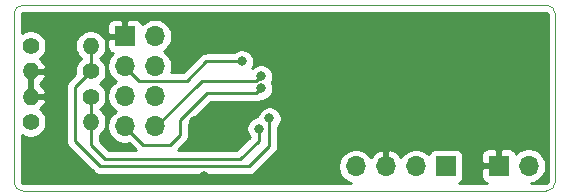
<source format=gbr>
%TF.GenerationSoftware,KiCad,Pcbnew,(5.1.8)-1*%
%TF.CreationDate,2021-01-31T15:43:31-07:00*%
%TF.ProjectId,Axle-Tx-PCB(STM32)v2,41786c65-2d54-4782-9d50-43422853544d,rev?*%
%TF.SameCoordinates,Original*%
%TF.FileFunction,Copper,L2,Bot*%
%TF.FilePolarity,Positive*%
%FSLAX46Y46*%
G04 Gerber Fmt 4.6, Leading zero omitted, Abs format (unit mm)*
G04 Created by KiCad (PCBNEW (5.1.8)-1) date 2021-01-31 15:43:31*
%MOMM*%
%LPD*%
G01*
G04 APERTURE LIST*
%TA.AperFunction,Profile*%
%ADD10C,0.050000*%
%TD*%
%TA.AperFunction,ComponentPad*%
%ADD11O,1.700000X1.700000*%
%TD*%
%TA.AperFunction,ComponentPad*%
%ADD12R,1.700000X1.700000*%
%TD*%
%TA.AperFunction,ComponentPad*%
%ADD13O,1.400000X1.400000*%
%TD*%
%TA.AperFunction,ComponentPad*%
%ADD14C,1.400000*%
%TD*%
%TA.AperFunction,ViaPad*%
%ADD15C,0.800000*%
%TD*%
%TA.AperFunction,Conductor*%
%ADD16C,0.250000*%
%TD*%
%TA.AperFunction,Conductor*%
%ADD17C,0.254000*%
%TD*%
%TA.AperFunction,Conductor*%
%ADD18C,0.100000*%
%TD*%
G04 APERTURE END LIST*
D10*
X67945000Y-36322000D02*
G75*
G02*
X68707000Y-37084000I0J-762000D01*
G01*
X68707000Y-51308000D02*
G75*
G02*
X67945000Y-52070000I-762000J0D01*
G01*
X23622000Y-52070000D02*
G75*
G02*
X22860000Y-51308000I0J762000D01*
G01*
X22860000Y-37084000D02*
G75*
G02*
X23622000Y-36322000I762000J0D01*
G01*
X22860000Y-51308000D02*
X22860000Y-37084000D01*
X67945000Y-52070000D02*
X23622000Y-52070000D01*
X68707000Y-37084000D02*
X68707000Y-51308000D01*
X23622000Y-36322000D02*
X67945000Y-36322000D01*
D11*
%TO.P,J1,8*%
%TO.N,SPI1-IRQ*%
X34798000Y-46583600D03*
%TO.P,J1,7*%
%TO.N,SPI1-MISO*%
X32258000Y-46583600D03*
%TO.P,J1,6*%
%TO.N,SPI1-MOSI*%
X34798000Y-44043600D03*
%TO.P,J1,5*%
%TO.N,SPI1-SCK*%
X32258000Y-44043600D03*
%TO.P,J1,4*%
%TO.N,SPI1-CSn*%
X34798000Y-41503600D03*
%TO.P,J1,3*%
%TO.N,SPI1-CE*%
X32258000Y-41503600D03*
%TO.P,J1,2*%
%TO.N,+3V3*%
X34798000Y-38963600D03*
D12*
%TO.P,J1,1*%
%TO.N,GND*%
X32258000Y-38963600D03*
%TD*%
D11*
%TO.P,SWD1,4*%
%TO.N,PA13-SWDIO*%
X51816000Y-49987200D03*
%TO.P,SWD1,3*%
%TO.N,GND*%
X54356000Y-49987200D03*
%TO.P,SWD1,2*%
%TO.N,PA14-SWCLK*%
X56896000Y-49987200D03*
D12*
%TO.P,SWD1,1*%
%TO.N,+3V3*%
X59436000Y-49987200D03*
%TD*%
D13*
%TO.P,SG4,2*%
%TO.N,GND*%
X24282400Y-41910000D03*
D14*
%TO.P,SG4,1*%
%TO.N,SDADC1-AIN8p*%
X29362400Y-41910000D03*
%TD*%
D13*
%TO.P,SG3,2*%
%TO.N,SDADC1-AIN8p*%
X29362400Y-39776400D03*
D14*
%TO.P,SG3,1*%
%TO.N,+3V3*%
X24282400Y-39776400D03*
%TD*%
D13*
%TO.P,SG2,2*%
%TO.N,GND*%
X24282400Y-44069000D03*
D14*
%TO.P,SG2,1*%
%TO.N,SDADC-AIN8m*%
X29362400Y-44069000D03*
%TD*%
D13*
%TO.P,SG1,2*%
%TO.N,SDADC-AIN8m*%
X29362400Y-46202600D03*
D14*
%TO.P,SG1,1*%
%TO.N,+3V3*%
X24282400Y-46202600D03*
%TD*%
D11*
%TO.P,B+1,2*%
%TO.N,Net-(B+1-Pad2)*%
X66446400Y-49936400D03*
D12*
%TO.P,B+1,1*%
%TO.N,GND*%
X63906400Y-49936400D03*
%TD*%
D15*
%TO.N,SDADC1-AIN8p*%
X44500800Y-45923200D03*
%TO.N,SPI1-IRQ*%
X43789600Y-42367200D03*
%TO.N,SPI1-MISO*%
X43789600Y-43383200D03*
%TO.N,SPI1-CE*%
X42164000Y-41097200D03*
%TO.N,SDADC-AIN8m*%
X43586400Y-46786800D03*
%TO.N,GND*%
X26009600Y-48514000D03*
X63906400Y-39928800D03*
X38963600Y-50800000D03*
X55778400Y-46634400D03*
X54356000Y-44166700D03*
X56612700Y-43818900D03*
X61010800Y-44907200D03*
X66802000Y-37998400D03*
X38150800Y-46177200D03*
X47091600Y-38709600D03*
%TD*%
D16*
%TO.N,SDADC1-AIN8p*%
X29362400Y-41910000D02*
X29362400Y-39776400D01*
X44500800Y-48260000D02*
X44500800Y-45923200D01*
X42773600Y-49987200D02*
X44500800Y-48260000D01*
X28041600Y-47853600D02*
X30175200Y-49987200D01*
X28041600Y-43230800D02*
X28041600Y-47853600D01*
X30175200Y-49987200D02*
X42773600Y-49987200D01*
X29362400Y-41910000D02*
X28041600Y-43230800D01*
%TO.N,SPI1-IRQ*%
X38684200Y-42849800D02*
X34848800Y-46685200D01*
X38760400Y-42773600D02*
X38684200Y-42849800D01*
X43383200Y-42773600D02*
X38760400Y-42773600D01*
X43789600Y-42367200D02*
X43383200Y-42773600D01*
%TO.N,SPI1-MISO*%
X32308800Y-46685200D02*
X33832800Y-48209200D01*
X33832800Y-48209200D02*
X36068000Y-48209200D01*
X39217600Y-43789600D02*
X36931600Y-46075600D01*
X36931600Y-47345600D02*
X36068000Y-48209200D01*
X36931600Y-46075600D02*
X36931600Y-47345600D01*
X43383200Y-43789600D02*
X43789600Y-43383200D01*
X39217600Y-43789600D02*
X43383200Y-43789600D01*
%TO.N,SPI1-CE*%
X33483801Y-42780201D02*
X37483799Y-42780201D01*
X32308800Y-41605200D02*
X33483801Y-42780201D01*
X39166800Y-41097200D02*
X42164000Y-41097200D01*
X37483799Y-42780201D02*
X39166800Y-41097200D01*
%TO.N,SDADC-AIN8m*%
X29362400Y-44069000D02*
X29362400Y-46202600D01*
X43586400Y-47802800D02*
X43586400Y-46786800D01*
X42011600Y-49377600D02*
X43586400Y-47802800D01*
X30581600Y-49377600D02*
X42011600Y-49377600D01*
X29362400Y-48158400D02*
X30581600Y-49377600D01*
X29362400Y-46202600D02*
X29362400Y-48158400D01*
%TD*%
D17*
%TO.N,GND*%
X67964197Y-36987047D02*
X67982662Y-36992622D01*
X67999694Y-37001678D01*
X68014643Y-37013870D01*
X68026938Y-37028732D01*
X68036111Y-37045696D01*
X68041817Y-37064129D01*
X68047000Y-37113446D01*
X68047001Y-51275713D01*
X68041953Y-51327195D01*
X68036377Y-51345663D01*
X68027322Y-51362693D01*
X68015129Y-51377643D01*
X68000266Y-51389939D01*
X67983303Y-51399111D01*
X67964871Y-51404817D01*
X67915554Y-51410000D01*
X66649971Y-51410000D01*
X66879558Y-51364332D01*
X67149811Y-51252390D01*
X67393032Y-51089875D01*
X67599875Y-50883032D01*
X67762390Y-50639811D01*
X67874332Y-50369558D01*
X67931400Y-50082660D01*
X67931400Y-49790140D01*
X67874332Y-49503242D01*
X67762390Y-49232989D01*
X67599875Y-48989768D01*
X67393032Y-48782925D01*
X67149811Y-48620410D01*
X66879558Y-48508468D01*
X66592660Y-48451400D01*
X66300140Y-48451400D01*
X66013242Y-48508468D01*
X65742989Y-48620410D01*
X65499768Y-48782925D01*
X65367913Y-48914780D01*
X65345902Y-48842220D01*
X65286937Y-48731906D01*
X65207585Y-48635215D01*
X65110894Y-48555863D01*
X65000580Y-48496898D01*
X64880882Y-48460588D01*
X64756400Y-48448328D01*
X64192150Y-48451400D01*
X64033400Y-48610150D01*
X64033400Y-49809400D01*
X64053400Y-49809400D01*
X64053400Y-50063400D01*
X64033400Y-50063400D01*
X64033400Y-50083400D01*
X63779400Y-50083400D01*
X63779400Y-50063400D01*
X62580150Y-50063400D01*
X62421400Y-50222150D01*
X62418328Y-50786400D01*
X62430588Y-50910882D01*
X62466898Y-51030580D01*
X62525863Y-51140894D01*
X62605215Y-51237585D01*
X62701906Y-51316937D01*
X62812220Y-51375902D01*
X62924626Y-51410000D01*
X60561427Y-51410000D01*
X60640494Y-51367737D01*
X60737185Y-51288385D01*
X60816537Y-51191694D01*
X60875502Y-51081380D01*
X60911812Y-50961682D01*
X60924072Y-50837200D01*
X60924072Y-49137200D01*
X60919069Y-49086400D01*
X62418328Y-49086400D01*
X62421400Y-49650650D01*
X62580150Y-49809400D01*
X63779400Y-49809400D01*
X63779400Y-48610150D01*
X63620650Y-48451400D01*
X63056400Y-48448328D01*
X62931918Y-48460588D01*
X62812220Y-48496898D01*
X62701906Y-48555863D01*
X62605215Y-48635215D01*
X62525863Y-48731906D01*
X62466898Y-48842220D01*
X62430588Y-48961918D01*
X62418328Y-49086400D01*
X60919069Y-49086400D01*
X60911812Y-49012718D01*
X60875502Y-48893020D01*
X60816537Y-48782706D01*
X60737185Y-48686015D01*
X60640494Y-48606663D01*
X60530180Y-48547698D01*
X60410482Y-48511388D01*
X60286000Y-48499128D01*
X58586000Y-48499128D01*
X58461518Y-48511388D01*
X58341820Y-48547698D01*
X58231506Y-48606663D01*
X58134815Y-48686015D01*
X58055463Y-48782706D01*
X57996498Y-48893020D01*
X57974487Y-48965580D01*
X57842632Y-48833725D01*
X57599411Y-48671210D01*
X57329158Y-48559268D01*
X57042260Y-48502200D01*
X56749740Y-48502200D01*
X56462842Y-48559268D01*
X56192589Y-48671210D01*
X55949368Y-48833725D01*
X55742525Y-49040568D01*
X55620805Y-49222734D01*
X55551178Y-49105845D01*
X55356269Y-48889612D01*
X55122920Y-48715559D01*
X54860099Y-48590375D01*
X54712890Y-48545724D01*
X54483000Y-48667045D01*
X54483000Y-49860200D01*
X54503000Y-49860200D01*
X54503000Y-50114200D01*
X54483000Y-50114200D01*
X54483000Y-50134200D01*
X54229000Y-50134200D01*
X54229000Y-50114200D01*
X54209000Y-50114200D01*
X54209000Y-49860200D01*
X54229000Y-49860200D01*
X54229000Y-48667045D01*
X53999110Y-48545724D01*
X53851901Y-48590375D01*
X53589080Y-48715559D01*
X53355731Y-48889612D01*
X53160822Y-49105845D01*
X53091195Y-49222734D01*
X52969475Y-49040568D01*
X52762632Y-48833725D01*
X52519411Y-48671210D01*
X52249158Y-48559268D01*
X51962260Y-48502200D01*
X51669740Y-48502200D01*
X51382842Y-48559268D01*
X51112589Y-48671210D01*
X50869368Y-48833725D01*
X50662525Y-49040568D01*
X50500010Y-49283789D01*
X50388068Y-49554042D01*
X50331000Y-49840940D01*
X50331000Y-50133460D01*
X50388068Y-50420358D01*
X50500010Y-50690611D01*
X50662525Y-50933832D01*
X50869368Y-51140675D01*
X51112589Y-51303190D01*
X51370452Y-51410000D01*
X23654277Y-51410000D01*
X23602805Y-51404953D01*
X23584337Y-51399377D01*
X23567307Y-51390322D01*
X23552357Y-51378129D01*
X23540061Y-51363266D01*
X23530889Y-51346303D01*
X23525183Y-51327871D01*
X23520000Y-51278554D01*
X23520000Y-47298771D01*
X23650041Y-47385661D01*
X23892995Y-47486296D01*
X24150914Y-47537600D01*
X24413886Y-47537600D01*
X24671805Y-47486296D01*
X24914759Y-47385661D01*
X25133413Y-47239562D01*
X25319362Y-47053613D01*
X25465461Y-46834959D01*
X25566096Y-46592005D01*
X25617400Y-46334086D01*
X25617400Y-46071114D01*
X25566096Y-45813195D01*
X25465461Y-45570241D01*
X25319362Y-45351587D01*
X25133413Y-45165638D01*
X25086591Y-45134352D01*
X25277751Y-44958670D01*
X25432192Y-44747392D01*
X25542447Y-44510044D01*
X25575116Y-44402329D01*
X25451774Y-44196000D01*
X24409400Y-44196000D01*
X24409400Y-44216000D01*
X24155400Y-44216000D01*
X24155400Y-44196000D01*
X24135400Y-44196000D01*
X24135400Y-43942000D01*
X24155400Y-43942000D01*
X24155400Y-42037000D01*
X24409400Y-42037000D01*
X24409400Y-43942000D01*
X25451774Y-43942000D01*
X25575116Y-43735671D01*
X25542447Y-43627956D01*
X25432192Y-43390608D01*
X25315375Y-43230800D01*
X27277924Y-43230800D01*
X27281600Y-43268123D01*
X27281601Y-47816268D01*
X27277924Y-47853600D01*
X27281601Y-47890933D01*
X27287595Y-47951785D01*
X27292598Y-48002585D01*
X27336054Y-48145846D01*
X27406626Y-48277876D01*
X27477801Y-48364602D01*
X27501600Y-48393601D01*
X27530598Y-48417399D01*
X29611401Y-50498203D01*
X29635199Y-50527201D01*
X29664197Y-50550999D01*
X29750923Y-50622174D01*
X29823580Y-50661010D01*
X29882953Y-50692746D01*
X30026214Y-50736203D01*
X30137867Y-50747200D01*
X30137876Y-50747200D01*
X30175199Y-50750876D01*
X30212522Y-50747200D01*
X42736278Y-50747200D01*
X42773600Y-50750876D01*
X42810922Y-50747200D01*
X42810933Y-50747200D01*
X42922586Y-50736203D01*
X43065847Y-50692746D01*
X43197876Y-50622174D01*
X43313601Y-50527201D01*
X43337404Y-50498197D01*
X45011804Y-48823798D01*
X45040801Y-48800001D01*
X45135774Y-48684276D01*
X45206346Y-48552247D01*
X45249803Y-48408986D01*
X45260800Y-48297333D01*
X45260800Y-48297325D01*
X45264476Y-48260000D01*
X45260800Y-48222675D01*
X45260800Y-46626911D01*
X45304737Y-46582974D01*
X45418005Y-46413456D01*
X45496026Y-46225098D01*
X45535800Y-46025139D01*
X45535800Y-45821261D01*
X45496026Y-45621302D01*
X45418005Y-45432944D01*
X45304737Y-45263426D01*
X45160574Y-45119263D01*
X44991056Y-45005995D01*
X44802698Y-44927974D01*
X44602739Y-44888200D01*
X44398861Y-44888200D01*
X44198902Y-44927974D01*
X44010544Y-45005995D01*
X43841026Y-45119263D01*
X43696863Y-45263426D01*
X43583595Y-45432944D01*
X43505574Y-45621302D01*
X43479417Y-45752803D01*
X43284502Y-45791574D01*
X43096144Y-45869595D01*
X42926626Y-45982863D01*
X42782463Y-46127026D01*
X42669195Y-46296544D01*
X42591174Y-46484902D01*
X42551400Y-46684861D01*
X42551400Y-46888739D01*
X42591174Y-47088698D01*
X42669195Y-47277056D01*
X42782463Y-47446574D01*
X42825144Y-47489255D01*
X41696799Y-48617600D01*
X36734401Y-48617600D01*
X37442603Y-47909399D01*
X37471601Y-47885601D01*
X37566574Y-47769876D01*
X37637146Y-47637847D01*
X37680603Y-47494586D01*
X37691600Y-47382933D01*
X37691600Y-47382923D01*
X37695276Y-47345600D01*
X37691600Y-47308277D01*
X37691600Y-46390401D01*
X39532402Y-44549600D01*
X43345878Y-44549600D01*
X43383200Y-44553276D01*
X43420522Y-44549600D01*
X43420533Y-44549600D01*
X43532186Y-44538603D01*
X43675447Y-44495146D01*
X43807476Y-44424574D01*
X43815243Y-44418200D01*
X43891539Y-44418200D01*
X44091498Y-44378426D01*
X44279856Y-44300405D01*
X44449374Y-44187137D01*
X44593537Y-44042974D01*
X44706805Y-43873456D01*
X44784826Y-43685098D01*
X44824600Y-43485139D01*
X44824600Y-43281261D01*
X44784826Y-43081302D01*
X44706805Y-42892944D01*
X44694949Y-42875200D01*
X44706805Y-42857456D01*
X44784826Y-42669098D01*
X44824600Y-42469139D01*
X44824600Y-42265261D01*
X44784826Y-42065302D01*
X44706805Y-41876944D01*
X44593537Y-41707426D01*
X44449374Y-41563263D01*
X44279856Y-41449995D01*
X44091498Y-41371974D01*
X43891539Y-41332200D01*
X43687661Y-41332200D01*
X43487702Y-41371974D01*
X43299344Y-41449995D01*
X43129826Y-41563263D01*
X43032015Y-41661074D01*
X43081205Y-41587456D01*
X43159226Y-41399098D01*
X43199000Y-41199139D01*
X43199000Y-40995261D01*
X43159226Y-40795302D01*
X43081205Y-40606944D01*
X42967937Y-40437426D01*
X42823774Y-40293263D01*
X42654256Y-40179995D01*
X42465898Y-40101974D01*
X42265939Y-40062200D01*
X42062061Y-40062200D01*
X41862102Y-40101974D01*
X41673744Y-40179995D01*
X41504226Y-40293263D01*
X41460289Y-40337200D01*
X39204123Y-40337200D01*
X39166800Y-40333524D01*
X39129477Y-40337200D01*
X39129467Y-40337200D01*
X39017814Y-40348197D01*
X38874553Y-40391654D01*
X38742524Y-40462226D01*
X38626799Y-40557199D01*
X38603001Y-40586197D01*
X37168998Y-42020201D01*
X36191369Y-42020201D01*
X36225932Y-41936758D01*
X36283000Y-41649860D01*
X36283000Y-41357340D01*
X36225932Y-41070442D01*
X36113990Y-40800189D01*
X35951475Y-40556968D01*
X35744632Y-40350125D01*
X35570240Y-40233600D01*
X35744632Y-40117075D01*
X35951475Y-39910232D01*
X36113990Y-39667011D01*
X36225932Y-39396758D01*
X36283000Y-39109860D01*
X36283000Y-38817340D01*
X36225932Y-38530442D01*
X36113990Y-38260189D01*
X35951475Y-38016968D01*
X35744632Y-37810125D01*
X35501411Y-37647610D01*
X35231158Y-37535668D01*
X34944260Y-37478600D01*
X34651740Y-37478600D01*
X34364842Y-37535668D01*
X34094589Y-37647610D01*
X33851368Y-37810125D01*
X33719513Y-37941980D01*
X33697502Y-37869420D01*
X33638537Y-37759106D01*
X33559185Y-37662415D01*
X33462494Y-37583063D01*
X33352180Y-37524098D01*
X33232482Y-37487788D01*
X33108000Y-37475528D01*
X32543750Y-37478600D01*
X32385000Y-37637350D01*
X32385000Y-38836600D01*
X32405000Y-38836600D01*
X32405000Y-39090600D01*
X32385000Y-39090600D01*
X32385000Y-39110600D01*
X32131000Y-39110600D01*
X32131000Y-39090600D01*
X30931750Y-39090600D01*
X30773000Y-39249350D01*
X30769928Y-39813600D01*
X30782188Y-39938082D01*
X30818498Y-40057780D01*
X30877463Y-40168094D01*
X30956815Y-40264785D01*
X31053506Y-40344137D01*
X31163820Y-40403102D01*
X31236380Y-40425113D01*
X31104525Y-40556968D01*
X30942010Y-40800189D01*
X30830068Y-41070442D01*
X30773000Y-41357340D01*
X30773000Y-41649860D01*
X30830068Y-41936758D01*
X30942010Y-42207011D01*
X31104525Y-42450232D01*
X31311368Y-42657075D01*
X31485760Y-42773600D01*
X31311368Y-42890125D01*
X31104525Y-43096968D01*
X30942010Y-43340189D01*
X30830068Y-43610442D01*
X30773000Y-43897340D01*
X30773000Y-44189860D01*
X30830068Y-44476758D01*
X30942010Y-44747011D01*
X31104525Y-44990232D01*
X31311368Y-45197075D01*
X31485760Y-45313600D01*
X31311368Y-45430125D01*
X31104525Y-45636968D01*
X30942010Y-45880189D01*
X30830068Y-46150442D01*
X30773000Y-46437340D01*
X30773000Y-46729860D01*
X30830068Y-47016758D01*
X30942010Y-47287011D01*
X31104525Y-47530232D01*
X31311368Y-47737075D01*
X31554589Y-47899590D01*
X31824842Y-48011532D01*
X32111740Y-48068600D01*
X32404260Y-48068600D01*
X32582036Y-48033238D01*
X33166397Y-48617600D01*
X30896402Y-48617600D01*
X30122400Y-47843599D01*
X30122400Y-47300375D01*
X30213413Y-47239562D01*
X30399362Y-47053613D01*
X30545461Y-46834959D01*
X30646096Y-46592005D01*
X30697400Y-46334086D01*
X30697400Y-46071114D01*
X30646096Y-45813195D01*
X30545461Y-45570241D01*
X30399362Y-45351587D01*
X30213413Y-45165638D01*
X30168757Y-45135800D01*
X30213413Y-45105962D01*
X30399362Y-44920013D01*
X30545461Y-44701359D01*
X30646096Y-44458405D01*
X30697400Y-44200486D01*
X30697400Y-43937514D01*
X30646096Y-43679595D01*
X30545461Y-43436641D01*
X30399362Y-43217987D01*
X30213413Y-43032038D01*
X30149750Y-42989500D01*
X30213413Y-42946962D01*
X30399362Y-42761013D01*
X30545461Y-42542359D01*
X30646096Y-42299405D01*
X30697400Y-42041486D01*
X30697400Y-41778514D01*
X30646096Y-41520595D01*
X30545461Y-41277641D01*
X30399362Y-41058987D01*
X30213413Y-40873038D01*
X30168757Y-40843200D01*
X30213413Y-40813362D01*
X30399362Y-40627413D01*
X30545461Y-40408759D01*
X30646096Y-40165805D01*
X30697400Y-39907886D01*
X30697400Y-39644914D01*
X30646096Y-39386995D01*
X30545461Y-39144041D01*
X30399362Y-38925387D01*
X30213413Y-38739438D01*
X29994759Y-38593339D01*
X29751805Y-38492704D01*
X29493886Y-38441400D01*
X29230914Y-38441400D01*
X28972995Y-38492704D01*
X28730041Y-38593339D01*
X28511387Y-38739438D01*
X28325438Y-38925387D01*
X28179339Y-39144041D01*
X28078704Y-39386995D01*
X28027400Y-39644914D01*
X28027400Y-39907886D01*
X28078704Y-40165805D01*
X28179339Y-40408759D01*
X28325438Y-40627413D01*
X28511387Y-40813362D01*
X28556043Y-40843200D01*
X28511387Y-40873038D01*
X28325438Y-41058987D01*
X28179339Y-41277641D01*
X28078704Y-41520595D01*
X28027400Y-41778514D01*
X28027400Y-42041486D01*
X28048755Y-42148844D01*
X27530603Y-42666996D01*
X27501599Y-42690799D01*
X27446471Y-42757974D01*
X27406626Y-42806524D01*
X27379402Y-42857456D01*
X27336054Y-42938554D01*
X27292597Y-43081815D01*
X27281600Y-43193468D01*
X27281600Y-43193478D01*
X27277924Y-43230800D01*
X25315375Y-43230800D01*
X25277751Y-43179330D01*
X25085060Y-43002241D01*
X25064133Y-42989500D01*
X25085060Y-42976759D01*
X25277751Y-42799670D01*
X25432192Y-42588392D01*
X25542447Y-42351044D01*
X25575116Y-42243329D01*
X25451774Y-42037000D01*
X24409400Y-42037000D01*
X24155400Y-42037000D01*
X24135400Y-42037000D01*
X24135400Y-41783000D01*
X24155400Y-41783000D01*
X24155400Y-41763000D01*
X24409400Y-41763000D01*
X24409400Y-41783000D01*
X25451774Y-41783000D01*
X25575116Y-41576671D01*
X25542447Y-41468956D01*
X25432192Y-41231608D01*
X25277751Y-41020330D01*
X25086591Y-40844648D01*
X25133413Y-40813362D01*
X25319362Y-40627413D01*
X25465461Y-40408759D01*
X25566096Y-40165805D01*
X25617400Y-39907886D01*
X25617400Y-39644914D01*
X25566096Y-39386995D01*
X25465461Y-39144041D01*
X25319362Y-38925387D01*
X25133413Y-38739438D01*
X24914759Y-38593339D01*
X24671805Y-38492704D01*
X24413886Y-38441400D01*
X24150914Y-38441400D01*
X23892995Y-38492704D01*
X23650041Y-38593339D01*
X23520000Y-38680229D01*
X23520000Y-38113600D01*
X30769928Y-38113600D01*
X30773000Y-38677850D01*
X30931750Y-38836600D01*
X32131000Y-38836600D01*
X32131000Y-37637350D01*
X31972250Y-37478600D01*
X31408000Y-37475528D01*
X31283518Y-37487788D01*
X31163820Y-37524098D01*
X31053506Y-37583063D01*
X30956815Y-37662415D01*
X30877463Y-37759106D01*
X30818498Y-37869420D01*
X30782188Y-37989118D01*
X30769928Y-38113600D01*
X23520000Y-38113600D01*
X23520000Y-37116277D01*
X23525047Y-37064803D01*
X23530622Y-37046338D01*
X23539678Y-37029306D01*
X23551870Y-37014357D01*
X23566732Y-37002062D01*
X23583696Y-36992889D01*
X23602129Y-36987183D01*
X23651446Y-36982000D01*
X67912723Y-36982000D01*
X67964197Y-36987047D01*
%TA.AperFunction,Conductor*%
D18*
G36*
X67964197Y-36987047D02*
G01*
X67982662Y-36992622D01*
X67999694Y-37001678D01*
X68014643Y-37013870D01*
X68026938Y-37028732D01*
X68036111Y-37045696D01*
X68041817Y-37064129D01*
X68047000Y-37113446D01*
X68047001Y-51275713D01*
X68041953Y-51327195D01*
X68036377Y-51345663D01*
X68027322Y-51362693D01*
X68015129Y-51377643D01*
X68000266Y-51389939D01*
X67983303Y-51399111D01*
X67964871Y-51404817D01*
X67915554Y-51410000D01*
X66649971Y-51410000D01*
X66879558Y-51364332D01*
X67149811Y-51252390D01*
X67393032Y-51089875D01*
X67599875Y-50883032D01*
X67762390Y-50639811D01*
X67874332Y-50369558D01*
X67931400Y-50082660D01*
X67931400Y-49790140D01*
X67874332Y-49503242D01*
X67762390Y-49232989D01*
X67599875Y-48989768D01*
X67393032Y-48782925D01*
X67149811Y-48620410D01*
X66879558Y-48508468D01*
X66592660Y-48451400D01*
X66300140Y-48451400D01*
X66013242Y-48508468D01*
X65742989Y-48620410D01*
X65499768Y-48782925D01*
X65367913Y-48914780D01*
X65345902Y-48842220D01*
X65286937Y-48731906D01*
X65207585Y-48635215D01*
X65110894Y-48555863D01*
X65000580Y-48496898D01*
X64880882Y-48460588D01*
X64756400Y-48448328D01*
X64192150Y-48451400D01*
X64033400Y-48610150D01*
X64033400Y-49809400D01*
X64053400Y-49809400D01*
X64053400Y-50063400D01*
X64033400Y-50063400D01*
X64033400Y-50083400D01*
X63779400Y-50083400D01*
X63779400Y-50063400D01*
X62580150Y-50063400D01*
X62421400Y-50222150D01*
X62418328Y-50786400D01*
X62430588Y-50910882D01*
X62466898Y-51030580D01*
X62525863Y-51140894D01*
X62605215Y-51237585D01*
X62701906Y-51316937D01*
X62812220Y-51375902D01*
X62924626Y-51410000D01*
X60561427Y-51410000D01*
X60640494Y-51367737D01*
X60737185Y-51288385D01*
X60816537Y-51191694D01*
X60875502Y-51081380D01*
X60911812Y-50961682D01*
X60924072Y-50837200D01*
X60924072Y-49137200D01*
X60919069Y-49086400D01*
X62418328Y-49086400D01*
X62421400Y-49650650D01*
X62580150Y-49809400D01*
X63779400Y-49809400D01*
X63779400Y-48610150D01*
X63620650Y-48451400D01*
X63056400Y-48448328D01*
X62931918Y-48460588D01*
X62812220Y-48496898D01*
X62701906Y-48555863D01*
X62605215Y-48635215D01*
X62525863Y-48731906D01*
X62466898Y-48842220D01*
X62430588Y-48961918D01*
X62418328Y-49086400D01*
X60919069Y-49086400D01*
X60911812Y-49012718D01*
X60875502Y-48893020D01*
X60816537Y-48782706D01*
X60737185Y-48686015D01*
X60640494Y-48606663D01*
X60530180Y-48547698D01*
X60410482Y-48511388D01*
X60286000Y-48499128D01*
X58586000Y-48499128D01*
X58461518Y-48511388D01*
X58341820Y-48547698D01*
X58231506Y-48606663D01*
X58134815Y-48686015D01*
X58055463Y-48782706D01*
X57996498Y-48893020D01*
X57974487Y-48965580D01*
X57842632Y-48833725D01*
X57599411Y-48671210D01*
X57329158Y-48559268D01*
X57042260Y-48502200D01*
X56749740Y-48502200D01*
X56462842Y-48559268D01*
X56192589Y-48671210D01*
X55949368Y-48833725D01*
X55742525Y-49040568D01*
X55620805Y-49222734D01*
X55551178Y-49105845D01*
X55356269Y-48889612D01*
X55122920Y-48715559D01*
X54860099Y-48590375D01*
X54712890Y-48545724D01*
X54483000Y-48667045D01*
X54483000Y-49860200D01*
X54503000Y-49860200D01*
X54503000Y-50114200D01*
X54483000Y-50114200D01*
X54483000Y-50134200D01*
X54229000Y-50134200D01*
X54229000Y-50114200D01*
X54209000Y-50114200D01*
X54209000Y-49860200D01*
X54229000Y-49860200D01*
X54229000Y-48667045D01*
X53999110Y-48545724D01*
X53851901Y-48590375D01*
X53589080Y-48715559D01*
X53355731Y-48889612D01*
X53160822Y-49105845D01*
X53091195Y-49222734D01*
X52969475Y-49040568D01*
X52762632Y-48833725D01*
X52519411Y-48671210D01*
X52249158Y-48559268D01*
X51962260Y-48502200D01*
X51669740Y-48502200D01*
X51382842Y-48559268D01*
X51112589Y-48671210D01*
X50869368Y-48833725D01*
X50662525Y-49040568D01*
X50500010Y-49283789D01*
X50388068Y-49554042D01*
X50331000Y-49840940D01*
X50331000Y-50133460D01*
X50388068Y-50420358D01*
X50500010Y-50690611D01*
X50662525Y-50933832D01*
X50869368Y-51140675D01*
X51112589Y-51303190D01*
X51370452Y-51410000D01*
X23654277Y-51410000D01*
X23602805Y-51404953D01*
X23584337Y-51399377D01*
X23567307Y-51390322D01*
X23552357Y-51378129D01*
X23540061Y-51363266D01*
X23530889Y-51346303D01*
X23525183Y-51327871D01*
X23520000Y-51278554D01*
X23520000Y-47298771D01*
X23650041Y-47385661D01*
X23892995Y-47486296D01*
X24150914Y-47537600D01*
X24413886Y-47537600D01*
X24671805Y-47486296D01*
X24914759Y-47385661D01*
X25133413Y-47239562D01*
X25319362Y-47053613D01*
X25465461Y-46834959D01*
X25566096Y-46592005D01*
X25617400Y-46334086D01*
X25617400Y-46071114D01*
X25566096Y-45813195D01*
X25465461Y-45570241D01*
X25319362Y-45351587D01*
X25133413Y-45165638D01*
X25086591Y-45134352D01*
X25277751Y-44958670D01*
X25432192Y-44747392D01*
X25542447Y-44510044D01*
X25575116Y-44402329D01*
X25451774Y-44196000D01*
X24409400Y-44196000D01*
X24409400Y-44216000D01*
X24155400Y-44216000D01*
X24155400Y-44196000D01*
X24135400Y-44196000D01*
X24135400Y-43942000D01*
X24155400Y-43942000D01*
X24155400Y-42037000D01*
X24409400Y-42037000D01*
X24409400Y-43942000D01*
X25451774Y-43942000D01*
X25575116Y-43735671D01*
X25542447Y-43627956D01*
X25432192Y-43390608D01*
X25315375Y-43230800D01*
X27277924Y-43230800D01*
X27281600Y-43268123D01*
X27281601Y-47816268D01*
X27277924Y-47853600D01*
X27281601Y-47890933D01*
X27287595Y-47951785D01*
X27292598Y-48002585D01*
X27336054Y-48145846D01*
X27406626Y-48277876D01*
X27477801Y-48364602D01*
X27501600Y-48393601D01*
X27530598Y-48417399D01*
X29611401Y-50498203D01*
X29635199Y-50527201D01*
X29664197Y-50550999D01*
X29750923Y-50622174D01*
X29823580Y-50661010D01*
X29882953Y-50692746D01*
X30026214Y-50736203D01*
X30137867Y-50747200D01*
X30137876Y-50747200D01*
X30175199Y-50750876D01*
X30212522Y-50747200D01*
X42736278Y-50747200D01*
X42773600Y-50750876D01*
X42810922Y-50747200D01*
X42810933Y-50747200D01*
X42922586Y-50736203D01*
X43065847Y-50692746D01*
X43197876Y-50622174D01*
X43313601Y-50527201D01*
X43337404Y-50498197D01*
X45011804Y-48823798D01*
X45040801Y-48800001D01*
X45135774Y-48684276D01*
X45206346Y-48552247D01*
X45249803Y-48408986D01*
X45260800Y-48297333D01*
X45260800Y-48297325D01*
X45264476Y-48260000D01*
X45260800Y-48222675D01*
X45260800Y-46626911D01*
X45304737Y-46582974D01*
X45418005Y-46413456D01*
X45496026Y-46225098D01*
X45535800Y-46025139D01*
X45535800Y-45821261D01*
X45496026Y-45621302D01*
X45418005Y-45432944D01*
X45304737Y-45263426D01*
X45160574Y-45119263D01*
X44991056Y-45005995D01*
X44802698Y-44927974D01*
X44602739Y-44888200D01*
X44398861Y-44888200D01*
X44198902Y-44927974D01*
X44010544Y-45005995D01*
X43841026Y-45119263D01*
X43696863Y-45263426D01*
X43583595Y-45432944D01*
X43505574Y-45621302D01*
X43479417Y-45752803D01*
X43284502Y-45791574D01*
X43096144Y-45869595D01*
X42926626Y-45982863D01*
X42782463Y-46127026D01*
X42669195Y-46296544D01*
X42591174Y-46484902D01*
X42551400Y-46684861D01*
X42551400Y-46888739D01*
X42591174Y-47088698D01*
X42669195Y-47277056D01*
X42782463Y-47446574D01*
X42825144Y-47489255D01*
X41696799Y-48617600D01*
X36734401Y-48617600D01*
X37442603Y-47909399D01*
X37471601Y-47885601D01*
X37566574Y-47769876D01*
X37637146Y-47637847D01*
X37680603Y-47494586D01*
X37691600Y-47382933D01*
X37691600Y-47382923D01*
X37695276Y-47345600D01*
X37691600Y-47308277D01*
X37691600Y-46390401D01*
X39532402Y-44549600D01*
X43345878Y-44549600D01*
X43383200Y-44553276D01*
X43420522Y-44549600D01*
X43420533Y-44549600D01*
X43532186Y-44538603D01*
X43675447Y-44495146D01*
X43807476Y-44424574D01*
X43815243Y-44418200D01*
X43891539Y-44418200D01*
X44091498Y-44378426D01*
X44279856Y-44300405D01*
X44449374Y-44187137D01*
X44593537Y-44042974D01*
X44706805Y-43873456D01*
X44784826Y-43685098D01*
X44824600Y-43485139D01*
X44824600Y-43281261D01*
X44784826Y-43081302D01*
X44706805Y-42892944D01*
X44694949Y-42875200D01*
X44706805Y-42857456D01*
X44784826Y-42669098D01*
X44824600Y-42469139D01*
X44824600Y-42265261D01*
X44784826Y-42065302D01*
X44706805Y-41876944D01*
X44593537Y-41707426D01*
X44449374Y-41563263D01*
X44279856Y-41449995D01*
X44091498Y-41371974D01*
X43891539Y-41332200D01*
X43687661Y-41332200D01*
X43487702Y-41371974D01*
X43299344Y-41449995D01*
X43129826Y-41563263D01*
X43032015Y-41661074D01*
X43081205Y-41587456D01*
X43159226Y-41399098D01*
X43199000Y-41199139D01*
X43199000Y-40995261D01*
X43159226Y-40795302D01*
X43081205Y-40606944D01*
X42967937Y-40437426D01*
X42823774Y-40293263D01*
X42654256Y-40179995D01*
X42465898Y-40101974D01*
X42265939Y-40062200D01*
X42062061Y-40062200D01*
X41862102Y-40101974D01*
X41673744Y-40179995D01*
X41504226Y-40293263D01*
X41460289Y-40337200D01*
X39204123Y-40337200D01*
X39166800Y-40333524D01*
X39129477Y-40337200D01*
X39129467Y-40337200D01*
X39017814Y-40348197D01*
X38874553Y-40391654D01*
X38742524Y-40462226D01*
X38626799Y-40557199D01*
X38603001Y-40586197D01*
X37168998Y-42020201D01*
X36191369Y-42020201D01*
X36225932Y-41936758D01*
X36283000Y-41649860D01*
X36283000Y-41357340D01*
X36225932Y-41070442D01*
X36113990Y-40800189D01*
X35951475Y-40556968D01*
X35744632Y-40350125D01*
X35570240Y-40233600D01*
X35744632Y-40117075D01*
X35951475Y-39910232D01*
X36113990Y-39667011D01*
X36225932Y-39396758D01*
X36283000Y-39109860D01*
X36283000Y-38817340D01*
X36225932Y-38530442D01*
X36113990Y-38260189D01*
X35951475Y-38016968D01*
X35744632Y-37810125D01*
X35501411Y-37647610D01*
X35231158Y-37535668D01*
X34944260Y-37478600D01*
X34651740Y-37478600D01*
X34364842Y-37535668D01*
X34094589Y-37647610D01*
X33851368Y-37810125D01*
X33719513Y-37941980D01*
X33697502Y-37869420D01*
X33638537Y-37759106D01*
X33559185Y-37662415D01*
X33462494Y-37583063D01*
X33352180Y-37524098D01*
X33232482Y-37487788D01*
X33108000Y-37475528D01*
X32543750Y-37478600D01*
X32385000Y-37637350D01*
X32385000Y-38836600D01*
X32405000Y-38836600D01*
X32405000Y-39090600D01*
X32385000Y-39090600D01*
X32385000Y-39110600D01*
X32131000Y-39110600D01*
X32131000Y-39090600D01*
X30931750Y-39090600D01*
X30773000Y-39249350D01*
X30769928Y-39813600D01*
X30782188Y-39938082D01*
X30818498Y-40057780D01*
X30877463Y-40168094D01*
X30956815Y-40264785D01*
X31053506Y-40344137D01*
X31163820Y-40403102D01*
X31236380Y-40425113D01*
X31104525Y-40556968D01*
X30942010Y-40800189D01*
X30830068Y-41070442D01*
X30773000Y-41357340D01*
X30773000Y-41649860D01*
X30830068Y-41936758D01*
X30942010Y-42207011D01*
X31104525Y-42450232D01*
X31311368Y-42657075D01*
X31485760Y-42773600D01*
X31311368Y-42890125D01*
X31104525Y-43096968D01*
X30942010Y-43340189D01*
X30830068Y-43610442D01*
X30773000Y-43897340D01*
X30773000Y-44189860D01*
X30830068Y-44476758D01*
X30942010Y-44747011D01*
X31104525Y-44990232D01*
X31311368Y-45197075D01*
X31485760Y-45313600D01*
X31311368Y-45430125D01*
X31104525Y-45636968D01*
X30942010Y-45880189D01*
X30830068Y-46150442D01*
X30773000Y-46437340D01*
X30773000Y-46729860D01*
X30830068Y-47016758D01*
X30942010Y-47287011D01*
X31104525Y-47530232D01*
X31311368Y-47737075D01*
X31554589Y-47899590D01*
X31824842Y-48011532D01*
X32111740Y-48068600D01*
X32404260Y-48068600D01*
X32582036Y-48033238D01*
X33166397Y-48617600D01*
X30896402Y-48617600D01*
X30122400Y-47843599D01*
X30122400Y-47300375D01*
X30213413Y-47239562D01*
X30399362Y-47053613D01*
X30545461Y-46834959D01*
X30646096Y-46592005D01*
X30697400Y-46334086D01*
X30697400Y-46071114D01*
X30646096Y-45813195D01*
X30545461Y-45570241D01*
X30399362Y-45351587D01*
X30213413Y-45165638D01*
X30168757Y-45135800D01*
X30213413Y-45105962D01*
X30399362Y-44920013D01*
X30545461Y-44701359D01*
X30646096Y-44458405D01*
X30697400Y-44200486D01*
X30697400Y-43937514D01*
X30646096Y-43679595D01*
X30545461Y-43436641D01*
X30399362Y-43217987D01*
X30213413Y-43032038D01*
X30149750Y-42989500D01*
X30213413Y-42946962D01*
X30399362Y-42761013D01*
X30545461Y-42542359D01*
X30646096Y-42299405D01*
X30697400Y-42041486D01*
X30697400Y-41778514D01*
X30646096Y-41520595D01*
X30545461Y-41277641D01*
X30399362Y-41058987D01*
X30213413Y-40873038D01*
X30168757Y-40843200D01*
X30213413Y-40813362D01*
X30399362Y-40627413D01*
X30545461Y-40408759D01*
X30646096Y-40165805D01*
X30697400Y-39907886D01*
X30697400Y-39644914D01*
X30646096Y-39386995D01*
X30545461Y-39144041D01*
X30399362Y-38925387D01*
X30213413Y-38739438D01*
X29994759Y-38593339D01*
X29751805Y-38492704D01*
X29493886Y-38441400D01*
X29230914Y-38441400D01*
X28972995Y-38492704D01*
X28730041Y-38593339D01*
X28511387Y-38739438D01*
X28325438Y-38925387D01*
X28179339Y-39144041D01*
X28078704Y-39386995D01*
X28027400Y-39644914D01*
X28027400Y-39907886D01*
X28078704Y-40165805D01*
X28179339Y-40408759D01*
X28325438Y-40627413D01*
X28511387Y-40813362D01*
X28556043Y-40843200D01*
X28511387Y-40873038D01*
X28325438Y-41058987D01*
X28179339Y-41277641D01*
X28078704Y-41520595D01*
X28027400Y-41778514D01*
X28027400Y-42041486D01*
X28048755Y-42148844D01*
X27530603Y-42666996D01*
X27501599Y-42690799D01*
X27446471Y-42757974D01*
X27406626Y-42806524D01*
X27379402Y-42857456D01*
X27336054Y-42938554D01*
X27292597Y-43081815D01*
X27281600Y-43193468D01*
X27281600Y-43193478D01*
X27277924Y-43230800D01*
X25315375Y-43230800D01*
X25277751Y-43179330D01*
X25085060Y-43002241D01*
X25064133Y-42989500D01*
X25085060Y-42976759D01*
X25277751Y-42799670D01*
X25432192Y-42588392D01*
X25542447Y-42351044D01*
X25575116Y-42243329D01*
X25451774Y-42037000D01*
X24409400Y-42037000D01*
X24155400Y-42037000D01*
X24135400Y-42037000D01*
X24135400Y-41783000D01*
X24155400Y-41783000D01*
X24155400Y-41763000D01*
X24409400Y-41763000D01*
X24409400Y-41783000D01*
X25451774Y-41783000D01*
X25575116Y-41576671D01*
X25542447Y-41468956D01*
X25432192Y-41231608D01*
X25277751Y-41020330D01*
X25086591Y-40844648D01*
X25133413Y-40813362D01*
X25319362Y-40627413D01*
X25465461Y-40408759D01*
X25566096Y-40165805D01*
X25617400Y-39907886D01*
X25617400Y-39644914D01*
X25566096Y-39386995D01*
X25465461Y-39144041D01*
X25319362Y-38925387D01*
X25133413Y-38739438D01*
X24914759Y-38593339D01*
X24671805Y-38492704D01*
X24413886Y-38441400D01*
X24150914Y-38441400D01*
X23892995Y-38492704D01*
X23650041Y-38593339D01*
X23520000Y-38680229D01*
X23520000Y-38113600D01*
X30769928Y-38113600D01*
X30773000Y-38677850D01*
X30931750Y-38836600D01*
X32131000Y-38836600D01*
X32131000Y-37637350D01*
X31972250Y-37478600D01*
X31408000Y-37475528D01*
X31283518Y-37487788D01*
X31163820Y-37524098D01*
X31053506Y-37583063D01*
X30956815Y-37662415D01*
X30877463Y-37759106D01*
X30818498Y-37869420D01*
X30782188Y-37989118D01*
X30769928Y-38113600D01*
X23520000Y-38113600D01*
X23520000Y-37116277D01*
X23525047Y-37064803D01*
X23530622Y-37046338D01*
X23539678Y-37029306D01*
X23551870Y-37014357D01*
X23566732Y-37002062D01*
X23583696Y-36992889D01*
X23602129Y-36987183D01*
X23651446Y-36982000D01*
X67912723Y-36982000D01*
X67964197Y-36987047D01*
G37*
%TD.AperFunction*%
%TD*%
M02*

</source>
